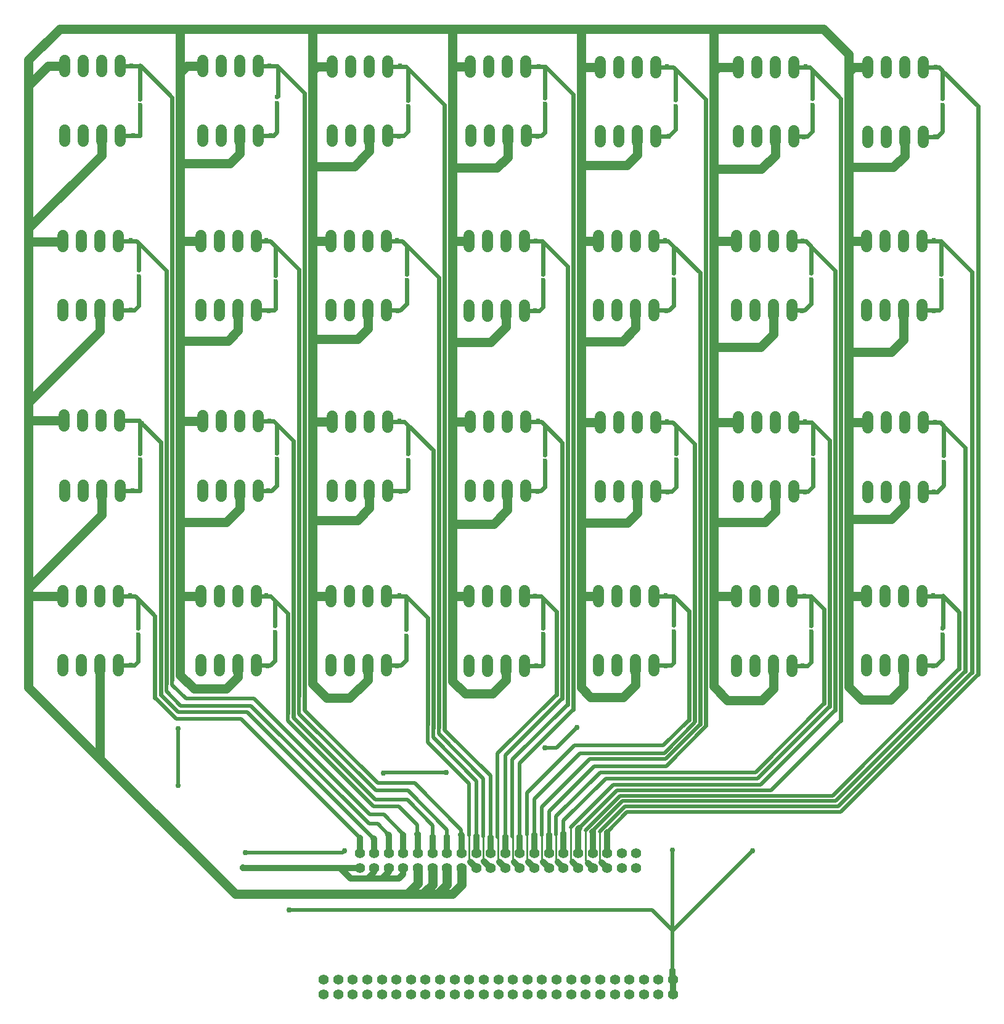
<source format=gbr>
G04 EAGLE Gerber RS-274X export*
G75*
%MOMM*%
%FSLAX34Y34*%
%LPD*%
%INBottom Copper*%
%IPPOS*%
%AMOC8*
5,1,8,0,0,1.08239X$1,22.5*%
G01*
%ADD10C,1.524000*%
%ADD11R,0.600000X0.600000*%
%ADD12C,1.408000*%
%ADD13C,0.609600*%
%ADD14C,0.508000*%
%ADD15C,0.812800*%
%ADD16C,0.756400*%
%ADD17C,1.270000*%
%ADD18C,0.254000*%


D10*
X321818Y335534D02*
X321818Y320294D01*
X296418Y320294D02*
X296418Y335534D01*
X271018Y335534D02*
X271018Y320294D01*
X245618Y320294D02*
X245618Y335534D01*
X245618Y240284D02*
X245618Y225044D01*
X271018Y225044D02*
X271018Y240284D01*
X296418Y240284D02*
X296418Y225044D01*
X321818Y225044D02*
X321818Y240284D01*
D11*
X349250Y274384D03*
X349250Y282384D03*
D10*
X511302Y320040D02*
X511302Y335280D01*
X485902Y335280D02*
X485902Y320040D01*
X460502Y320040D02*
X460502Y335280D01*
X435102Y335280D02*
X435102Y320040D01*
X435102Y240030D02*
X435102Y224790D01*
X460502Y224790D02*
X460502Y240030D01*
X485902Y240030D02*
X485902Y224790D01*
X511302Y224790D02*
X511302Y240030D01*
D11*
X537210Y277178D03*
X537210Y285178D03*
D10*
X689864Y319786D02*
X689864Y335026D01*
X664464Y335026D02*
X664464Y319786D01*
X639064Y319786D02*
X639064Y335026D01*
X613664Y335026D02*
X613664Y319786D01*
X613664Y239776D02*
X613664Y224536D01*
X639064Y224536D02*
X639064Y239776D01*
X664464Y239776D02*
X664464Y224536D01*
X689864Y224536D02*
X689864Y239776D01*
D11*
X717550Y272606D03*
X717550Y280606D03*
D10*
X879348Y319532D02*
X879348Y334772D01*
X853948Y334772D02*
X853948Y319532D01*
X828548Y319532D02*
X828548Y334772D01*
X803148Y334772D02*
X803148Y319532D01*
X803656Y239522D02*
X803656Y224282D01*
X829056Y224282D02*
X829056Y239522D01*
X854456Y239522D02*
X854456Y224282D01*
X879856Y224282D02*
X879856Y239522D01*
D11*
X905002Y275908D03*
X905002Y283908D03*
D10*
X1057656Y319024D02*
X1057656Y334264D01*
X1032256Y334264D02*
X1032256Y319024D01*
X1006856Y319024D02*
X1006856Y334264D01*
X981456Y334264D02*
X981456Y319024D01*
X981456Y239014D02*
X981456Y223774D01*
X1006856Y223774D02*
X1006856Y239014D01*
X1032256Y239014D02*
X1032256Y223774D01*
X1057656Y223774D02*
X1057656Y239014D01*
D11*
X1084580Y273114D03*
X1084580Y281114D03*
D10*
X1247140Y318770D02*
X1247140Y334010D01*
X1221740Y334010D02*
X1221740Y318770D01*
X1196340Y318770D02*
X1196340Y334010D01*
X1170940Y334010D02*
X1170940Y318770D01*
X1170940Y238760D02*
X1170940Y223520D01*
X1196340Y223520D02*
X1196340Y238760D01*
X1221740Y238760D02*
X1221740Y223520D01*
X1247140Y223520D02*
X1247140Y238760D01*
D11*
X1272794Y274892D03*
X1272794Y282892D03*
D10*
X1425448Y318262D02*
X1425448Y333502D01*
X1400048Y333502D02*
X1400048Y318262D01*
X1374648Y318262D02*
X1374648Y333502D01*
X1349248Y333502D02*
X1349248Y318262D01*
X1349248Y238252D02*
X1349248Y223012D01*
X1374648Y223012D02*
X1374648Y238252D01*
X1400048Y238252D02*
X1400048Y223012D01*
X1425448Y223012D02*
X1425448Y238252D01*
D11*
X1451864Y274638D03*
X1451864Y282638D03*
D10*
X319786Y95504D02*
X319786Y80264D01*
X294386Y80264D02*
X294386Y95504D01*
X268986Y95504D02*
X268986Y80264D01*
X243586Y80264D02*
X243586Y95504D01*
X243586Y254D02*
X243586Y-14986D01*
X268986Y-14986D02*
X268986Y254D01*
X294386Y254D02*
X294386Y-14986D01*
X319786Y-14986D02*
X319786Y254D01*
D11*
X347472Y39434D03*
X347472Y47434D03*
D10*
X509270Y80264D02*
X509270Y95504D01*
X483870Y95504D02*
X483870Y80264D01*
X458470Y80264D02*
X458470Y95504D01*
X433070Y95504D02*
X433070Y80264D01*
X433070Y254D02*
X433070Y-14986D01*
X458470Y-14986D02*
X458470Y254D01*
X483870Y254D02*
X483870Y-14986D01*
X509270Y-14986D02*
X509270Y254D01*
D11*
X535178Y32322D03*
X535178Y40322D03*
D10*
X687832Y80264D02*
X687832Y95504D01*
X662432Y95504D02*
X662432Y80264D01*
X637032Y80264D02*
X637032Y95504D01*
X611632Y95504D02*
X611632Y80264D01*
X611632Y0D02*
X611632Y-15240D01*
X637032Y-15240D02*
X637032Y0D01*
X662432Y0D02*
X662432Y-15240D01*
X687832Y-15240D02*
X687832Y0D01*
D11*
X715772Y34100D03*
X715772Y42100D03*
D10*
X877316Y79756D02*
X877316Y94996D01*
X851916Y94996D02*
X851916Y79756D01*
X826516Y79756D02*
X826516Y94996D01*
X801116Y94996D02*
X801116Y79756D01*
X801116Y-254D02*
X801116Y-15494D01*
X826516Y-15494D02*
X826516Y-254D01*
X851916Y-254D02*
X851916Y-15494D01*
X877316Y-15494D02*
X877316Y-254D01*
D11*
X902970Y33846D03*
X902970Y41846D03*
D10*
X1055624Y80010D02*
X1055624Y95250D01*
X1030224Y95250D02*
X1030224Y80010D01*
X1004824Y80010D02*
X1004824Y95250D01*
X979424Y95250D02*
X979424Y80010D01*
X979424Y0D02*
X979424Y-15240D01*
X1004824Y-15240D02*
X1004824Y0D01*
X1030224Y0D02*
X1030224Y-15240D01*
X1055624Y-15240D02*
X1055624Y0D01*
D11*
X1082294Y35116D03*
X1082294Y43116D03*
D10*
X1245108Y79756D02*
X1245108Y94996D01*
X1219708Y94996D02*
X1219708Y79756D01*
X1194308Y79756D02*
X1194308Y94996D01*
X1168908Y94996D02*
X1168908Y79756D01*
X1168908Y0D02*
X1168908Y-15240D01*
X1194308Y-15240D02*
X1194308Y0D01*
X1219708Y0D02*
X1219708Y-15240D01*
X1245108Y-15240D02*
X1245108Y0D01*
D11*
X1271270Y35370D03*
X1271270Y43370D03*
D10*
X1423416Y80010D02*
X1423416Y95250D01*
X1398016Y95250D02*
X1398016Y80010D01*
X1372616Y80010D02*
X1372616Y95250D01*
X1347216Y95250D02*
X1347216Y80010D01*
X1347216Y0D02*
X1347216Y-15240D01*
X1372616Y-15240D02*
X1372616Y0D01*
X1398016Y0D02*
X1398016Y-15240D01*
X1423416Y-15240D02*
X1423416Y0D01*
D11*
X1449832Y34100D03*
X1449832Y42100D03*
D10*
X321564Y-151638D02*
X321564Y-166878D01*
X296164Y-166878D02*
X296164Y-151638D01*
X270764Y-151638D02*
X270764Y-166878D01*
X245364Y-166878D02*
X245364Y-151638D01*
X245618Y-247396D02*
X245618Y-262636D01*
X271018Y-262636D02*
X271018Y-247396D01*
X296418Y-247396D02*
X296418Y-262636D01*
X321818Y-262636D02*
X321818Y-247396D01*
D11*
X349250Y-212280D03*
X349250Y-204280D03*
D10*
X511302Y-167640D02*
X511302Y-152400D01*
X485902Y-152400D02*
X485902Y-167640D01*
X460502Y-167640D02*
X460502Y-152400D01*
X435102Y-152400D02*
X435102Y-167640D01*
X435102Y-247650D02*
X435102Y-262890D01*
X460502Y-262890D02*
X460502Y-247650D01*
X485902Y-247650D02*
X485902Y-262890D01*
X511302Y-262890D02*
X511302Y-247650D01*
D11*
X536702Y-211772D03*
X536702Y-203772D03*
D10*
X689864Y-167894D02*
X689864Y-152654D01*
X664464Y-152654D02*
X664464Y-167894D01*
X639064Y-167894D02*
X639064Y-152654D01*
X613664Y-152654D02*
X613664Y-167894D01*
X613664Y-247904D02*
X613664Y-263144D01*
X639064Y-263144D02*
X639064Y-247904D01*
X664464Y-247904D02*
X664464Y-263144D01*
X689864Y-263144D02*
X689864Y-247904D01*
D11*
X717804Y-213042D03*
X717804Y-205042D03*
D10*
X879348Y-168148D02*
X879348Y-152908D01*
X853948Y-152908D02*
X853948Y-168148D01*
X828548Y-168148D02*
X828548Y-152908D01*
X803148Y-152908D02*
X803148Y-168148D01*
X803148Y-248158D02*
X803148Y-263398D01*
X828548Y-263398D02*
X828548Y-248158D01*
X853948Y-248158D02*
X853948Y-263398D01*
X879348Y-263398D02*
X879348Y-248158D01*
D11*
X905002Y-214312D03*
X905002Y-206312D03*
D10*
X1057656Y-168656D02*
X1057656Y-153416D01*
X1032256Y-153416D02*
X1032256Y-168656D01*
X1006856Y-168656D02*
X1006856Y-153416D01*
X981456Y-153416D02*
X981456Y-168656D01*
X981456Y-248666D02*
X981456Y-263906D01*
X1006856Y-263906D02*
X1006856Y-248666D01*
X1032256Y-248666D02*
X1032256Y-263906D01*
X1057656Y-263906D02*
X1057656Y-248666D01*
D11*
X1085342Y-212280D03*
X1085342Y-204280D03*
D10*
X1247140Y-168910D02*
X1247140Y-153670D01*
X1221740Y-153670D02*
X1221740Y-168910D01*
X1196340Y-168910D02*
X1196340Y-153670D01*
X1170940Y-153670D02*
X1170940Y-168910D01*
X1170940Y-248920D02*
X1170940Y-264160D01*
X1196340Y-264160D02*
X1196340Y-248920D01*
X1221740Y-248920D02*
X1221740Y-264160D01*
X1247140Y-264160D02*
X1247140Y-248920D01*
D11*
X1273810Y-212534D03*
X1273810Y-204534D03*
D10*
X1425448Y-169418D02*
X1425448Y-154178D01*
X1400048Y-154178D02*
X1400048Y-169418D01*
X1374648Y-169418D02*
X1374648Y-154178D01*
X1349248Y-154178D02*
X1349248Y-169418D01*
X1349248Y-249428D02*
X1349248Y-264668D01*
X1374648Y-264668D02*
X1374648Y-249428D01*
X1400048Y-249428D02*
X1400048Y-264668D01*
X1425448Y-264668D02*
X1425448Y-249428D01*
D11*
X1453388Y-215582D03*
X1453388Y-207582D03*
D10*
X319786Y-392176D02*
X319786Y-407416D01*
X294386Y-407416D02*
X294386Y-392176D01*
X268986Y-392176D02*
X268986Y-407416D01*
X243586Y-407416D02*
X243586Y-392176D01*
X243586Y-487426D02*
X243586Y-502666D01*
X268986Y-502666D02*
X268986Y-487426D01*
X294386Y-487426D02*
X294386Y-502666D01*
X319786Y-502666D02*
X319786Y-487426D01*
D11*
X346710Y-452564D03*
X346710Y-444564D03*
D10*
X509270Y-407670D02*
X509270Y-392430D01*
X483870Y-392430D02*
X483870Y-407670D01*
X458470Y-407670D02*
X458470Y-392430D01*
X433070Y-392430D02*
X433070Y-407670D01*
X433070Y-487680D02*
X433070Y-502920D01*
X458470Y-502920D02*
X458470Y-487680D01*
X483870Y-487680D02*
X483870Y-502920D01*
X509270Y-502920D02*
X509270Y-487680D01*
D11*
X534416Y-449262D03*
X534416Y-441262D03*
D10*
X687832Y-407670D02*
X687832Y-392430D01*
X662432Y-392430D02*
X662432Y-407670D01*
X637032Y-407670D02*
X637032Y-392430D01*
X611632Y-392430D02*
X611632Y-407670D01*
X611632Y-487680D02*
X611632Y-502920D01*
X637032Y-502920D02*
X637032Y-487680D01*
X662432Y-487680D02*
X662432Y-502920D01*
X687832Y-502920D02*
X687832Y-487680D01*
D11*
X714756Y-454342D03*
X714756Y-446342D03*
D10*
X877316Y-407924D02*
X877316Y-392684D01*
X851916Y-392684D02*
X851916Y-407924D01*
X826516Y-407924D02*
X826516Y-392684D01*
X801116Y-392684D02*
X801116Y-407924D01*
X801116Y-487934D02*
X801116Y-503174D01*
X826516Y-503174D02*
X826516Y-487934D01*
X851916Y-487934D02*
X851916Y-503174D01*
X877316Y-503174D02*
X877316Y-487934D01*
D11*
X902462Y-452056D03*
X902462Y-444056D03*
D10*
X1055624Y-407670D02*
X1055624Y-392430D01*
X1030224Y-392430D02*
X1030224Y-407670D01*
X1004824Y-407670D02*
X1004824Y-392430D01*
X979424Y-392430D02*
X979424Y-407670D01*
X979424Y-487680D02*
X979424Y-502920D01*
X1004824Y-502920D02*
X1004824Y-487680D01*
X1030224Y-487680D02*
X1030224Y-502920D01*
X1055624Y-502920D02*
X1055624Y-487680D01*
D11*
X1082294Y-448246D03*
X1082294Y-440246D03*
D10*
X1245108Y-407924D02*
X1245108Y-392684D01*
X1219708Y-392684D02*
X1219708Y-407924D01*
X1194308Y-407924D02*
X1194308Y-392684D01*
X1168908Y-392684D02*
X1168908Y-407924D01*
X1168908Y-487934D02*
X1168908Y-503174D01*
X1194308Y-503174D02*
X1194308Y-487934D01*
X1219708Y-487934D02*
X1219708Y-503174D01*
X1245108Y-503174D02*
X1245108Y-487934D01*
D11*
X1271270Y-448500D03*
X1271270Y-440500D03*
D10*
X1423416Y-407670D02*
X1423416Y-392430D01*
X1398016Y-392430D02*
X1398016Y-407670D01*
X1372616Y-407670D02*
X1372616Y-392430D01*
X1347216Y-392430D02*
X1347216Y-407670D01*
X1347216Y-487680D02*
X1347216Y-502920D01*
X1372616Y-502920D02*
X1372616Y-487680D01*
X1398016Y-487680D02*
X1398016Y-502920D01*
X1423416Y-502920D02*
X1423416Y-487680D01*
D11*
X1451102Y-452564D03*
X1451102Y-444564D03*
D12*
X601502Y-947260D03*
X601502Y-927260D03*
X621502Y-947260D03*
X621502Y-927260D03*
X641502Y-947260D03*
X641502Y-927260D03*
X661502Y-947260D03*
X661502Y-927260D03*
X681502Y-947260D03*
X681502Y-927260D03*
X701502Y-947260D03*
X701502Y-927260D03*
X721502Y-947260D03*
X721502Y-927260D03*
X741502Y-947260D03*
X741502Y-927260D03*
X761502Y-947260D03*
X761502Y-927260D03*
X781502Y-947260D03*
X781502Y-927260D03*
X801502Y-947260D03*
X801502Y-927260D03*
X821502Y-947260D03*
X821502Y-927260D03*
X841502Y-947260D03*
X841502Y-927260D03*
X861502Y-947260D03*
X861502Y-927260D03*
X881502Y-947260D03*
X881502Y-927260D03*
X901502Y-947260D03*
X901502Y-927260D03*
X921502Y-947260D03*
X921502Y-927260D03*
X941502Y-947260D03*
X941502Y-927260D03*
X961502Y-947260D03*
X961502Y-927260D03*
X981502Y-947260D03*
X981502Y-927260D03*
X1001502Y-947260D03*
X1001502Y-927260D03*
X1021502Y-947260D03*
X1021502Y-927260D03*
X1041502Y-947260D03*
X1041502Y-927260D03*
X1061502Y-947260D03*
X1061502Y-927260D03*
X1081502Y-947260D03*
X1081502Y-927260D03*
X650994Y-773270D03*
X650994Y-753270D03*
X670994Y-773270D03*
X670994Y-753270D03*
X690994Y-773270D03*
X690994Y-753270D03*
X710994Y-773270D03*
X710994Y-753270D03*
X730994Y-773270D03*
X730994Y-753270D03*
X750994Y-773270D03*
X750994Y-753270D03*
X770994Y-773270D03*
X770994Y-753270D03*
X790994Y-773270D03*
X790994Y-753270D03*
X810994Y-773270D03*
X810994Y-753270D03*
X830994Y-773270D03*
X830994Y-753270D03*
X850994Y-773270D03*
X850994Y-753270D03*
X870994Y-773270D03*
X870994Y-753270D03*
X890994Y-773270D03*
X890994Y-753270D03*
X910994Y-773270D03*
X910994Y-753270D03*
X930994Y-773270D03*
X930994Y-753270D03*
X950994Y-773270D03*
X950994Y-753270D03*
X970994Y-773270D03*
X970994Y-753270D03*
X990994Y-773270D03*
X990994Y-753270D03*
X1010994Y-773270D03*
X1010994Y-753270D03*
X1030994Y-773270D03*
X1030994Y-753270D03*
D13*
X349250Y282384D02*
X349250Y329184D01*
X350520Y327914D02*
X321818Y327914D01*
X349250Y329184D02*
X350520Y327914D01*
X393446Y284988D01*
X393446Y-515620D01*
D14*
X393446Y-522224D01*
X412242Y-541020D02*
X505714Y-541020D01*
X664972Y-700278D02*
X684276Y-700278D01*
X710692Y-726694D01*
X710692Y-727710D01*
X412242Y-541020D02*
X393446Y-522224D01*
X505714Y-541020D02*
X664972Y-700278D01*
D15*
X710994Y-728012D02*
X710994Y-753270D01*
X710994Y-728012D02*
X710692Y-727710D01*
D16*
X337566Y328267D03*
D17*
X243586Y-399796D02*
X196088Y-399796D01*
X196088Y-389128D02*
X196088Y-159258D01*
X196088Y-389128D02*
X196088Y-399796D01*
X196088Y-159258D02*
X196088Y-134366D01*
X196088Y86614D02*
X196088Y105156D01*
X196088Y301244D02*
X222758Y327914D01*
X245618Y327914D01*
X243586Y87884D02*
X242316Y86614D01*
X196088Y86614D01*
X196088Y-159258D02*
X245364Y-159258D01*
X407924Y-400050D02*
X433070Y-400050D01*
X407924Y-400050D02*
X404368Y-396494D01*
X404368Y318262D02*
X404368Y377952D01*
X404368Y318262D02*
X404368Y194564D01*
X404368Y87884D01*
X404368Y-48260D01*
X404368Y-159766D01*
X404368Y-298196D01*
X404368Y-396494D01*
X413766Y327660D02*
X435102Y327660D01*
X413766Y327660D02*
X404368Y318262D01*
X404368Y87884D02*
X433070Y87884D01*
X435102Y-160020D02*
X404622Y-160020D01*
X404368Y-159766D01*
X586232Y-400050D02*
X611632Y-400050D01*
X586232Y-47498D02*
X586232Y87884D01*
X586232Y-47498D02*
X586232Y-159766D01*
X586232Y-160274D02*
X586232Y-296164D01*
X586232Y-400050D01*
X592074Y327406D02*
X613664Y327406D01*
X592074Y327406D02*
X586232Y321564D01*
X586232Y87884D02*
X611632Y87884D01*
X613664Y-160274D02*
X586232Y-160274D01*
X778764Y-400304D02*
X801116Y-400304D01*
X778510Y188214D02*
X778510Y326644D01*
X778510Y188214D02*
X778510Y87376D01*
X778764Y-160528D02*
X778764Y-300736D01*
X778764Y-400304D01*
X779018Y327152D02*
X803148Y327152D01*
X779018Y327152D02*
X778510Y326644D01*
X778510Y87376D02*
X801116Y87376D01*
X803148Y-160528D02*
X778764Y-160528D01*
X955040Y-400050D02*
X979424Y-400050D01*
X955040Y87630D02*
X955040Y191770D01*
X955040Y326644D01*
X955040Y-161036D02*
X955040Y-299466D01*
X955040Y-400050D01*
X955040Y326644D02*
X981456Y326644D01*
X979424Y87630D02*
X955040Y87630D01*
X955040Y-161036D02*
X981456Y-161036D01*
X1137158Y87376D02*
X1137158Y186182D01*
X1137158Y320040D01*
X1137158Y87376D02*
X1137158Y-58166D01*
X1137158Y-161290D01*
X1137158Y-298450D01*
X1137158Y-400304D01*
X1168908Y-400304D01*
X1170940Y326390D02*
X1143508Y326390D01*
X1137158Y320040D01*
X1137158Y87376D02*
X1168908Y87376D01*
X1170940Y-161290D02*
X1137158Y-161290D01*
X1323086Y-400050D02*
X1347216Y-400050D01*
X1323086Y188722D02*
X1323086Y319532D01*
X1323086Y188722D02*
X1323086Y87630D01*
X1329436Y325882D02*
X1349248Y325882D01*
X1329436Y325882D02*
X1323086Y319532D01*
X1323086Y87630D02*
X1347216Y87630D01*
X1349248Y-161798D02*
X1323086Y-161798D01*
X196088Y-399796D02*
X196088Y-525272D01*
X480060Y-809244D02*
X716788Y-809244D01*
X730994Y-795038D01*
X730994Y-773270D01*
X294386Y-623570D02*
X196088Y-525272D01*
X294386Y-623570D02*
X480060Y-809244D01*
X404368Y377952D02*
X403352Y378968D01*
X239014Y378968D01*
X196088Y336042D01*
X196088Y301244D01*
X403352Y378968D02*
X586232Y378968D01*
X778764Y378968D01*
X955040Y378968D01*
X1137158Y378968D01*
X1288288Y378968D01*
X1323086Y344170D02*
X1323086Y319532D01*
X1323086Y344170D02*
X1288288Y378968D01*
X1137158Y378968D02*
X1137158Y320040D01*
X586232Y321564D02*
X586232Y189738D01*
X586232Y87884D01*
X586232Y321564D02*
X586232Y378968D01*
X778510Y-160274D02*
X778764Y-160528D01*
X778510Y-160274D02*
X778510Y-51308D01*
X778510Y87376D01*
X779018Y327152D02*
X778764Y327406D01*
X778764Y378968D01*
X955040Y378968D02*
X955040Y326644D01*
X955040Y-50292D02*
X955040Y-161036D01*
X955040Y-50292D02*
X955040Y87630D01*
X1323086Y87630D02*
X1323086Y-65024D01*
X1323086Y-161798D01*
X1323086Y-294386D01*
X1323086Y-400050D01*
X296418Y205486D02*
X296418Y232664D01*
X296418Y205486D02*
X196088Y105156D01*
X294386Y-7366D02*
X294386Y-36068D01*
X196088Y-134366D01*
X196088Y105156D02*
X196088Y301244D01*
X296418Y-255016D02*
X296418Y-288798D01*
X196088Y-389128D01*
X294386Y-495046D02*
X294386Y-623570D01*
X404368Y-508508D02*
X404368Y-396494D01*
X404368Y-508508D02*
X423418Y-527558D01*
X467614Y-527558D01*
X483870Y-511302D02*
X483870Y-495300D01*
X483870Y-511302D02*
X467614Y-527558D01*
X662432Y-515112D02*
X662432Y-495300D01*
X662432Y-515112D02*
X637286Y-540258D01*
X606044Y-540258D01*
X586232Y-520446D02*
X586232Y-400050D01*
X586232Y-520446D02*
X606044Y-540258D01*
X778764Y-516636D02*
X778764Y-400304D01*
X778764Y-516636D02*
X796036Y-533908D01*
X833628Y-533908D01*
X851916Y-515620D01*
X851916Y-495554D01*
X955040Y-525526D02*
X955040Y-400050D01*
X968248Y-538734D02*
X1013206Y-538734D01*
X1030224Y-521716D01*
X1030224Y-495300D01*
X968248Y-538734D02*
X955040Y-525526D01*
X1137158Y-524002D02*
X1137158Y-400304D01*
X1137158Y-524002D02*
X1156208Y-543052D01*
X1203452Y-543052D01*
X1219708Y-526796D02*
X1219708Y-495554D01*
X1219708Y-526796D02*
X1203452Y-543052D01*
X1323086Y-524510D02*
X1323086Y-400050D01*
X1340866Y-542290D02*
X1379982Y-542290D01*
X1398016Y-524256D01*
X1398016Y-495300D01*
X1340866Y-542290D02*
X1323086Y-524510D01*
X1400048Y-275590D02*
X1400048Y-257048D01*
X1381252Y-294386D02*
X1323086Y-294386D01*
X1381252Y-294386D02*
X1400048Y-275590D01*
X1398016Y-48260D02*
X1398016Y-7620D01*
X1381252Y-65024D02*
X1323086Y-65024D01*
X1381252Y-65024D02*
X1398016Y-48260D01*
X1400048Y204724D02*
X1400048Y230632D01*
X1384046Y188722D02*
X1323086Y188722D01*
X1384046Y188722D02*
X1400048Y204724D01*
X1221740Y205232D02*
X1221740Y231140D01*
X1221740Y205232D02*
X1202690Y186182D01*
X1137158Y186182D01*
X1219708Y-7620D02*
X1219708Y-40132D01*
X1201674Y-58166D01*
X1137158Y-58166D01*
X1221740Y-256540D02*
X1221740Y-284480D01*
X1207770Y-298450D02*
X1137158Y-298450D01*
X1207770Y-298450D02*
X1221740Y-284480D01*
X1032256Y206248D02*
X1032256Y231394D01*
X1017778Y191770D02*
X955040Y191770D01*
X1017778Y191770D02*
X1032256Y206248D01*
X854456Y202946D02*
X854456Y231902D01*
X854456Y202946D02*
X839724Y188214D01*
X778510Y188214D01*
X851916Y-7874D02*
X851916Y-29972D01*
X830580Y-51308D02*
X778510Y-51308D01*
X830580Y-51308D02*
X851916Y-29972D01*
X853948Y-255778D02*
X853948Y-281686D01*
X834898Y-300736D02*
X778764Y-300736D01*
X834898Y-300736D02*
X853948Y-281686D01*
X1032256Y-285750D02*
X1032256Y-256286D01*
X1018540Y-299466D02*
X955040Y-299466D01*
X1018540Y-299466D02*
X1032256Y-285750D01*
X1030224Y-32004D02*
X1030224Y-7620D01*
X1011936Y-50292D02*
X955040Y-50292D01*
X1011936Y-50292D02*
X1030224Y-32004D01*
X664464Y210820D02*
X664464Y232156D01*
X643382Y189738D02*
X586232Y189738D01*
X643382Y189738D02*
X664464Y210820D01*
X485902Y207772D02*
X485902Y232410D01*
X472694Y194564D02*
X404368Y194564D01*
X472694Y194564D02*
X485902Y207772D01*
X483870Y-7366D02*
X483870Y-35560D01*
X470154Y-49276D01*
X405384Y-49276D01*
X404368Y-48260D01*
X485902Y-255270D02*
X485902Y-279654D01*
X467360Y-298196D01*
X404368Y-298196D01*
X664464Y-279400D02*
X664464Y-255524D01*
X647700Y-296164D02*
X586232Y-296164D01*
X647700Y-296164D02*
X664464Y-279400D01*
X662432Y-32766D02*
X662432Y-7620D01*
X647700Y-47498D02*
X586232Y-47498D01*
X647700Y-47498D02*
X662432Y-32766D01*
X716788Y-809244D02*
X737870Y-809244D01*
X750994Y-796120D02*
X750994Y-773270D01*
X750994Y-796120D02*
X737870Y-809244D01*
X757936Y-809244D01*
X770994Y-796186D02*
X770994Y-773270D01*
X770994Y-796186D02*
X757936Y-809244D01*
X778510Y-809244D01*
X790994Y-796760D02*
X790994Y-773270D01*
X790994Y-796760D02*
X778510Y-809244D01*
X196088Y-134366D02*
X196088Y86614D01*
D16*
X490220Y-772922D03*
D15*
X624078Y-773176D02*
X650900Y-773176D01*
X624078Y-773176D02*
X490474Y-773176D01*
X490220Y-772922D01*
X650900Y-773176D02*
X650994Y-773270D01*
X638810Y-787908D02*
X624078Y-773176D01*
X638810Y-787908D02*
X661944Y-787908D01*
X681690Y-787908D01*
X680674Y-787908D02*
X705104Y-787908D01*
X710994Y-782018D01*
X710994Y-773270D01*
X690994Y-773270D02*
X690994Y-778604D01*
X681690Y-787908D01*
X670994Y-778858D02*
X661944Y-787908D01*
X670994Y-778858D02*
X670994Y-773270D01*
D13*
X1423416Y-495300D02*
X1442720Y-495300D01*
X1451102Y-486918D02*
X1451102Y-452564D01*
X1451102Y-486918D02*
X1442720Y-495300D01*
D16*
X1438402Y-495653D03*
X401320Y-581914D03*
D14*
X401320Y-659892D01*
D16*
X401320Y-659892D03*
X629920Y-750062D03*
D14*
X627380Y-752602D01*
X494030Y-752602D01*
D16*
X494030Y-752602D03*
X769874Y-642112D03*
D14*
X684530Y-642112D01*
X683260Y-643382D01*
D16*
X683260Y-643382D03*
X949678Y-580644D03*
D14*
X921738Y-608584D01*
X905256Y-608584D01*
D16*
X905256Y-608584D03*
X1080770Y-749046D03*
X1191006Y-750062D03*
D14*
X1081024Y-749300D02*
X1080770Y-749046D01*
X1081024Y-749300D02*
X1081024Y-858774D01*
X1081024Y-860044D02*
X1081024Y-914146D01*
X1081024Y-860044D02*
X1081024Y-858774D01*
X1081024Y-860044D02*
X1191006Y-750062D01*
D16*
X553974Y-830834D03*
D14*
X1053084Y-830834D01*
X1081024Y-858774D01*
D15*
X1081502Y-927260D02*
X1081502Y-947260D01*
X1081502Y-927260D02*
X1081024Y-926782D01*
X1081024Y-914146D01*
D13*
X538480Y286448D02*
X538480Y327406D01*
X538480Y286448D02*
X537210Y285178D01*
X538480Y327406D02*
X538226Y327660D01*
X511302Y327660D01*
X538480Y327406D02*
X575310Y290576D01*
X575310Y-554482D01*
D14*
X575310Y-556768D01*
X675640Y-657098D02*
X726440Y-657098D01*
X790194Y-720852D01*
X790194Y-727964D01*
X675640Y-657098D02*
X575310Y-556768D01*
D15*
X790994Y-728764D02*
X790994Y-753270D01*
X790994Y-728764D02*
X790194Y-727964D01*
D16*
X527304Y328013D03*
D13*
X717550Y324358D02*
X717550Y280606D01*
X714502Y327406D02*
X689864Y327406D01*
X714502Y327406D02*
X717550Y324358D01*
X767588Y274320D01*
X767588Y-583438D01*
D14*
X767588Y-583692D01*
X830834Y-646938D02*
X830834Y-731266D01*
X830834Y-646938D02*
X767588Y-583692D01*
D15*
X830994Y-731426D02*
X830994Y-753270D01*
X830994Y-731426D02*
X830834Y-731266D01*
D16*
X706120Y327759D03*
D13*
X905510Y327406D02*
X905510Y284416D01*
X905002Y283908D01*
X905764Y327152D02*
X906018Y327152D01*
X905764Y327152D02*
X879348Y327152D01*
X916178Y316992D02*
X916178Y316738D01*
X916178Y316992D02*
X906018Y327152D01*
X905764Y327152D02*
X905510Y327406D01*
X916178Y316738D02*
X944118Y288798D01*
X944118Y-555752D01*
D14*
X870458Y-629412D02*
X870458Y-730250D01*
X870458Y-629412D02*
X944118Y-555752D01*
D15*
X870994Y-730786D02*
X870994Y-753270D01*
X870994Y-730786D02*
X870458Y-730250D01*
D16*
X896762Y327294D03*
D13*
X1084580Y323850D02*
X1084580Y281114D01*
X1081786Y326644D02*
X1057656Y326644D01*
X1081786Y326644D02*
X1084580Y323850D01*
X1126236Y282194D01*
X1126236Y-577596D01*
D14*
X1126236Y-579018D01*
X1071778Y-633476D01*
X911098Y-695706D02*
X911098Y-728218D01*
X973328Y-633476D02*
X1071778Y-633476D01*
X973328Y-633476D02*
X911098Y-695706D01*
D15*
X910994Y-728322D02*
X910994Y-753270D01*
X910994Y-728322D02*
X911098Y-728218D01*
D16*
X1073150Y326997D03*
D13*
X1272794Y322834D02*
X1272794Y282892D01*
X1269238Y326390D02*
X1247140Y326390D01*
X1269238Y326390D02*
X1272794Y322834D01*
X1312164Y283464D01*
X1312164Y-571246D01*
D14*
X1216406Y-667004D01*
X1004062Y-667004D02*
X952500Y-718566D01*
X1004062Y-667004D02*
X1216406Y-667004D01*
D15*
X950994Y-720072D02*
X950994Y-753270D01*
X950994Y-720072D02*
X952500Y-718566D01*
D16*
X1263142Y326743D03*
D13*
X1451864Y321056D02*
X1451864Y282638D01*
X1451864Y321056D02*
X1447038Y325882D01*
X1425448Y325882D01*
X1451864Y321056D02*
X1500378Y272542D01*
X1500378Y-507746D01*
D14*
X1311402Y-696722D01*
X1018286Y-696722D02*
X990600Y-724408D01*
X1018286Y-696722D02*
X1311402Y-696722D01*
D15*
X990994Y-724802D02*
X990994Y-753270D01*
X990994Y-724802D02*
X990886Y-724694D01*
D16*
X1442212Y326235D03*
D13*
X347472Y84582D02*
X347472Y47434D01*
X344170Y87884D02*
X319786Y87884D01*
X344170Y87884D02*
X347472Y84582D01*
X385318Y46736D01*
X385318Y-520192D01*
D14*
X385318Y-530860D01*
X675640Y-712978D02*
X690626Y-727964D01*
X405130Y-550672D02*
X385318Y-530860D01*
X405130Y-550672D02*
X501650Y-550672D01*
X663956Y-712978D01*
X675640Y-712978D01*
D15*
X690994Y-728332D02*
X690994Y-753270D01*
X690994Y-728332D02*
X690626Y-727964D01*
D16*
X336042Y88364D03*
D13*
X535178Y80772D02*
X535178Y40322D01*
X535178Y80772D02*
X528066Y87884D01*
X509270Y87884D01*
X535178Y80772D02*
X567690Y48260D01*
X567690Y-537718D01*
D14*
X567690Y-561594D01*
X717042Y-667004D02*
X771144Y-721106D01*
X771144Y-729996D01*
X673100Y-667004D02*
X567690Y-561594D01*
X673100Y-667004D02*
X717042Y-667004D01*
D15*
X770994Y-730146D02*
X770994Y-753270D01*
X770994Y-730146D02*
X771144Y-729996D01*
D16*
X522732Y88110D03*
D13*
X715772Y81280D02*
X715772Y42100D01*
X715772Y81280D02*
X709168Y87884D01*
X687832Y87884D01*
X715772Y81280D02*
X759460Y37592D01*
X759460Y-577596D01*
X759460Y-580898D01*
D14*
X759460Y-577596D02*
X759460Y-589026D01*
X820928Y-650494D02*
X820928Y-730758D01*
X820928Y-650494D02*
X759460Y-589026D01*
D18*
X820928Y-763204D02*
X821850Y-764126D01*
X820928Y-763204D02*
X820928Y-730758D01*
D15*
X821850Y-764126D02*
X830994Y-773270D01*
D16*
X701802Y88110D03*
D13*
X902970Y86360D02*
X902970Y41846D01*
X901954Y87376D02*
X877316Y87376D01*
X901954Y87376D02*
X902970Y86360D01*
X936498Y52832D01*
X936498Y-548894D01*
D14*
X860552Y-624840D02*
X860552Y-729996D01*
X860552Y-624840D02*
X936498Y-548894D01*
D18*
X861060Y-763336D02*
X863186Y-765462D01*
X861060Y-730504D02*
X860552Y-729996D01*
X861060Y-730504D02*
X861060Y-763336D01*
D15*
X863186Y-765462D02*
X870994Y-773270D01*
D16*
X892810Y87856D03*
D13*
X1082294Y80264D02*
X1082294Y43116D01*
X1082294Y80264D02*
X1074928Y87630D01*
X1055624Y87630D01*
X1082294Y80264D02*
X1118616Y43942D01*
X1118616Y-576580D01*
D14*
X1071372Y-623824D01*
X901446Y-689864D02*
X901446Y-728726D01*
X967486Y-623824D02*
X1071372Y-623824D01*
X967486Y-623824D02*
X901446Y-689864D01*
D18*
X900938Y-763214D02*
X902998Y-765274D01*
X900938Y-729234D02*
X901446Y-728726D01*
X900938Y-729234D02*
X900938Y-763214D01*
D15*
X902998Y-765274D02*
X910994Y-773270D01*
D16*
X1070864Y88110D03*
D13*
X1271270Y80264D02*
X1271270Y43370D01*
X1271270Y80264D02*
X1264158Y87376D01*
X1245108Y87376D01*
X1271270Y80264D02*
X1304544Y46990D01*
X1304544Y-556768D01*
D14*
X1201928Y-659384D01*
X999236Y-659384D02*
X940562Y-718058D01*
X999236Y-659384D02*
X1201928Y-659384D01*
D18*
X943064Y-765340D02*
X941070Y-763346D01*
X941070Y-718566D02*
X940562Y-718058D01*
X941070Y-718566D02*
X941070Y-763346D01*
D15*
X943064Y-765340D02*
X950994Y-773270D01*
D16*
X1259586Y87856D03*
D13*
X1449832Y87122D02*
X1449832Y42100D01*
X1449324Y87630D02*
X1423416Y87630D01*
X1449324Y87630D02*
X1449832Y87122D01*
X1491996Y44958D01*
X1491996Y-505460D01*
D14*
X1308608Y-688848D01*
X1015238Y-688848D02*
X980694Y-723392D01*
X1015238Y-688848D02*
X1308608Y-688848D01*
D18*
X983511Y-765787D02*
X980948Y-763224D01*
X980948Y-723646D02*
X980694Y-723392D01*
X980948Y-723646D02*
X980948Y-763224D01*
D15*
X983511Y-765787D02*
X990994Y-773270D01*
D16*
X1439418Y88110D03*
D13*
X349250Y-160274D02*
X349250Y-204280D01*
X349250Y-160274D02*
X348234Y-159258D01*
X321564Y-159258D01*
X349250Y-160274D02*
X351790Y-162814D01*
X377698Y-188722D01*
X377698Y-535432D01*
D14*
X401574Y-559308D01*
X496570Y-559308D01*
X670306Y-733044D01*
D15*
X670994Y-733732D02*
X670994Y-753270D01*
X670994Y-733732D02*
X670306Y-733044D01*
D16*
X351790Y-162814D03*
D13*
X533146Y-160020D02*
X536702Y-163576D01*
X533146Y-160020D02*
X511302Y-160020D01*
X536702Y-163576D02*
X536702Y-203772D01*
X560070Y-186944D02*
X536702Y-163576D01*
X560070Y-186944D02*
X560070Y-565658D01*
D14*
X560070Y-566928D01*
X672846Y-679704D02*
X716280Y-679704D01*
X751332Y-714756D01*
X751332Y-729996D01*
X672846Y-679704D02*
X560070Y-566928D01*
D15*
X750994Y-730334D02*
X750994Y-753270D01*
X750994Y-730334D02*
X751332Y-729996D01*
D16*
X526796Y-159667D03*
D13*
X717804Y-165354D02*
X717804Y-205042D01*
X712724Y-160274D02*
X689864Y-160274D01*
X712724Y-160274D02*
X717804Y-165354D01*
X751840Y-199390D01*
X751840Y-581660D01*
D14*
X751840Y-594360D01*
X811276Y-653796D02*
X811276Y-729742D01*
X811276Y-653796D02*
X751840Y-594360D01*
D15*
X810994Y-730024D02*
X810994Y-753270D01*
X810994Y-730024D02*
X811276Y-729742D01*
D16*
X705866Y-159921D03*
D13*
X905002Y-165100D02*
X905002Y-206312D01*
X900430Y-160528D02*
X879348Y-160528D01*
X900430Y-160528D02*
X905002Y-165100D01*
X928878Y-188976D01*
X928878Y-541020D01*
D14*
X851154Y-618744D02*
X851154Y-730250D01*
X851154Y-618744D02*
X928878Y-541020D01*
D15*
X850994Y-730410D02*
X850994Y-753270D01*
X850994Y-730410D02*
X851154Y-730250D01*
D16*
X895858Y-160175D03*
D13*
X1085342Y-165354D02*
X1085342Y-204280D01*
X1085342Y-165354D02*
X1081024Y-161036D01*
X1057656Y-161036D01*
X1085342Y-165354D02*
X1110996Y-191008D01*
X1110996Y-572262D01*
D14*
X1110996Y-574040D01*
X1069340Y-615696D02*
X953770Y-615696D01*
X891032Y-678434D01*
X891032Y-727456D01*
X1069340Y-615696D02*
X1110996Y-574040D01*
D15*
X890994Y-727494D02*
X890994Y-753270D01*
X890994Y-727494D02*
X891032Y-727456D01*
D16*
X1072896Y-160683D03*
D13*
X1273810Y-163068D02*
X1273810Y-204534D01*
X1273810Y-163068D02*
X1272032Y-161290D01*
X1247140Y-161290D01*
X1273810Y-163068D02*
X1296924Y-186182D01*
X1296924Y-551434D01*
D14*
X1197864Y-650494D01*
X930910Y-708660D02*
X930910Y-726440D01*
X989076Y-650494D02*
X1197864Y-650494D01*
X989076Y-650494D02*
X930910Y-708660D01*
D15*
X930994Y-726524D02*
X930994Y-753270D01*
X930994Y-726524D02*
X930910Y-726440D01*
D16*
X1262634Y-160937D03*
D13*
X1453388Y-166116D02*
X1453388Y-207582D01*
X1449070Y-161798D02*
X1425448Y-161798D01*
X1449070Y-161798D02*
X1453388Y-166116D01*
X1483106Y-195834D01*
X1483106Y-503174D01*
D14*
X1305052Y-681228D01*
X1011878Y-681228D02*
X970222Y-722884D01*
X1011878Y-681228D02*
X1305052Y-681228D01*
D15*
X970994Y-723657D02*
X970994Y-753270D01*
X970994Y-723657D02*
X970918Y-723581D01*
D16*
X1440942Y-161445D03*
D13*
X346710Y-403860D02*
X346710Y-444564D01*
X346710Y-403860D02*
X342646Y-399796D01*
X319786Y-399796D01*
X346710Y-403860D02*
X369824Y-426974D01*
X369824Y-539604D01*
X370786Y-540566D01*
D14*
X369932Y-539604D02*
X369824Y-539604D01*
X369932Y-539604D02*
X399034Y-568706D01*
X487680Y-568706D01*
X651002Y-732028D01*
D15*
X650994Y-732036D02*
X650994Y-753270D01*
X650994Y-732036D02*
X651002Y-732028D01*
D16*
X335788Y-399316D03*
D13*
X534416Y-405892D02*
X534416Y-441262D01*
X534416Y-405892D02*
X528574Y-400050D01*
X534416Y-405892D02*
X552450Y-423926D01*
X528574Y-400050D02*
X509270Y-400050D01*
X552450Y-423926D02*
X552450Y-558038D01*
X552450Y-561340D01*
D14*
X552450Y-558038D02*
X552450Y-571246D01*
X669798Y-688594D02*
X705104Y-688594D01*
X730504Y-713994D01*
X730504Y-726694D01*
X669798Y-688594D02*
X552450Y-571246D01*
D15*
X730994Y-727184D02*
X730994Y-753270D01*
X730994Y-727184D02*
X730504Y-726694D01*
D16*
X522986Y-399570D03*
D13*
X714756Y-400558D02*
X714756Y-446342D01*
X714756Y-400558D02*
X714248Y-400050D01*
X687832Y-400050D01*
X714756Y-400558D02*
X744220Y-430022D01*
X744220Y-576580D01*
D14*
X744220Y-601218D01*
X800862Y-657860D02*
X800862Y-728980D01*
X800862Y-657860D02*
X744220Y-601218D01*
D18*
X801116Y-763392D02*
X803087Y-765363D01*
X801116Y-729234D02*
X800862Y-728980D01*
X801116Y-729234D02*
X801116Y-763392D01*
D15*
X803087Y-765363D02*
X810994Y-773270D01*
D16*
X705183Y-399717D03*
D13*
X902462Y-402844D02*
X902462Y-444056D01*
X899922Y-400304D02*
X877316Y-400304D01*
X899922Y-400304D02*
X902462Y-402844D01*
X921258Y-421640D01*
X921258Y-535686D01*
D14*
X840486Y-616458D02*
X840486Y-731266D01*
X840486Y-616458D02*
X921258Y-535686D01*
D18*
X840994Y-763270D02*
X842899Y-765175D01*
X840994Y-731774D02*
X840486Y-731266D01*
X840994Y-731774D02*
X840994Y-763270D01*
D15*
X842899Y-765175D02*
X850994Y-773270D01*
D16*
X891540Y-399824D03*
D13*
X1082294Y-399796D02*
X1082294Y-440246D01*
X1082548Y-400050D02*
X1055624Y-400050D01*
X1082548Y-400050D02*
X1103376Y-420878D01*
X1082548Y-400050D02*
X1082294Y-399796D01*
X1103376Y-420878D02*
X1103376Y-569976D01*
D14*
X1068324Y-605028D01*
X880618Y-670306D02*
X880618Y-727964D01*
X945896Y-605028D02*
X1068324Y-605028D01*
X945896Y-605028D02*
X880618Y-670306D01*
D18*
X880872Y-763148D02*
X882457Y-764733D01*
X880872Y-728218D02*
X880618Y-727964D01*
X880872Y-728218D02*
X880872Y-763148D01*
D15*
X882457Y-764733D02*
X890994Y-773270D01*
D16*
X1071372Y-399570D03*
D13*
X1271270Y-400050D02*
X1271270Y-440500D01*
X1271524Y-400304D02*
X1245108Y-400304D01*
X1271524Y-400304D02*
X1289304Y-418084D01*
X1271524Y-400304D02*
X1271270Y-400050D01*
X1289304Y-418084D02*
X1289304Y-547878D01*
D14*
X1195070Y-642112D01*
X920750Y-702818D02*
X920750Y-727964D01*
X981456Y-642112D02*
X1195070Y-642112D01*
X981456Y-642112D02*
X920750Y-702818D01*
D18*
X921004Y-763280D02*
X922904Y-765180D01*
X921004Y-728218D02*
X920750Y-727964D01*
X921004Y-728218D02*
X921004Y-763280D01*
D15*
X922904Y-765180D02*
X930994Y-773270D01*
D16*
X1261618Y-399824D03*
D13*
X1451102Y-444564D02*
X1452118Y-443548D01*
X1452118Y-399288D01*
X1452880Y-400050D02*
X1423416Y-400050D01*
X1452118Y-399288D02*
X1452880Y-400050D01*
X1474724Y-421894D01*
X1474724Y-500380D01*
D14*
X1300734Y-674370D01*
X1008634Y-674370D01*
X961390Y-721614D01*
D18*
X961136Y-763412D02*
X964748Y-767024D01*
X961136Y-721868D02*
X961390Y-721614D01*
X961136Y-721868D02*
X961136Y-763412D01*
D15*
X964748Y-767024D02*
X970994Y-773270D01*
D16*
X1439164Y-399570D03*
D13*
X349250Y232664D02*
X321818Y232664D01*
X349250Y232664D02*
X349250Y274384D01*
D16*
X339423Y232585D03*
D13*
X511302Y232410D02*
X532638Y232410D01*
X537210Y236982D02*
X537210Y277178D01*
X537210Y236982D02*
X532638Y232410D01*
D16*
X528653Y232077D03*
D13*
X689864Y232156D02*
X711200Y232156D01*
X717550Y238506D02*
X717550Y272606D01*
X717550Y238506D02*
X711200Y232156D01*
D16*
X704342Y231676D03*
D13*
X879856Y231902D02*
X900684Y231902D01*
X905002Y236220D01*
X905002Y275908D01*
D16*
X895604Y231422D03*
D13*
X1057656Y231394D02*
X1075182Y231394D01*
X1084580Y240792D02*
X1084580Y273114D01*
X1084580Y240792D02*
X1075182Y231394D01*
D16*
X1075261Y231315D03*
D13*
X1247140Y231140D02*
X1265682Y231140D01*
X1272794Y238252D02*
X1272794Y274892D01*
X1272794Y238252D02*
X1265682Y231140D01*
D16*
X1261364Y230660D03*
D13*
X1425448Y230632D02*
X1444498Y230632D01*
X1451864Y237998D02*
X1451864Y274638D01*
X1451864Y237998D02*
X1444498Y230632D01*
D16*
X1440942Y230152D03*
D13*
X341122Y-7366D02*
X319786Y-7366D01*
X347472Y-1016D02*
X347472Y39434D01*
X347472Y-1016D02*
X341122Y-7366D01*
D16*
X336804Y-7719D03*
D13*
X509270Y-7366D02*
X533400Y-7366D01*
X535178Y-5588D02*
X535178Y32322D01*
X535178Y-5588D02*
X533400Y-7366D01*
D16*
X525780Y-7973D03*
D13*
X687832Y-7620D02*
X706628Y-7620D01*
X715772Y1524D02*
X715772Y34100D01*
X715772Y1524D02*
X706628Y-7620D01*
D16*
X703326Y-7973D03*
D13*
X877316Y-7874D02*
X898144Y-7874D01*
X902970Y-3048D02*
X902970Y33846D01*
X902970Y-3048D02*
X898144Y-7874D01*
D16*
X892048Y-8227D03*
D13*
X1055624Y-7620D02*
X1075690Y-7620D01*
X1082294Y-1016D02*
X1082294Y35116D01*
X1082294Y-1016D02*
X1075690Y-7620D01*
D16*
X1072134Y-7973D03*
D13*
X1245108Y-7620D02*
X1262126Y-7620D01*
X1271270Y1524D02*
X1271270Y35370D01*
X1271270Y1524D02*
X1262126Y-7620D01*
D16*
X1258570Y-8227D03*
D13*
X1423416Y-7620D02*
X1447292Y-7620D01*
X1449832Y-5080D02*
X1449832Y34100D01*
X1449832Y-5080D02*
X1447292Y-7620D01*
D16*
X1439418Y-7973D03*
D13*
X348742Y-255016D02*
X321818Y-255016D01*
X349250Y-254508D02*
X349250Y-212280D01*
X349250Y-254508D02*
X348742Y-255016D01*
D16*
X339296Y-255222D03*
D13*
X511302Y-255270D02*
X529844Y-255270D01*
X536702Y-248412D02*
X536702Y-211772D01*
X536702Y-248412D02*
X529844Y-255270D01*
D16*
X525526Y-255750D03*
D13*
X689864Y-255524D02*
X715264Y-255524D01*
X717804Y-252984D02*
X717804Y-213042D01*
X717804Y-252984D02*
X715264Y-255524D01*
D16*
X707215Y-255857D03*
D13*
X879348Y-255778D02*
X899668Y-255778D01*
X905002Y-250444D02*
X905002Y-214312D01*
X905002Y-250444D02*
X899668Y-255778D01*
D16*
X895096Y-256258D03*
D13*
X1057656Y-256286D02*
X1079500Y-256286D01*
X1085342Y-250444D02*
X1085342Y-212280D01*
X1085342Y-250444D02*
X1079500Y-256286D01*
D16*
X1073912Y-256766D03*
D13*
X1247140Y-256540D02*
X1266698Y-256540D01*
X1273810Y-249428D02*
X1273810Y-212534D01*
X1273810Y-249428D02*
X1266698Y-256540D01*
D16*
X1262634Y-257020D03*
D13*
X1425448Y-257048D02*
X1444498Y-257048D01*
X1453388Y-248158D02*
X1453388Y-215582D01*
X1453388Y-248158D02*
X1444498Y-257048D01*
D16*
X1439926Y-257528D03*
D13*
X341630Y-495046D02*
X319786Y-495046D01*
X346710Y-489966D02*
X346710Y-452564D01*
X346710Y-489966D02*
X341630Y-495046D01*
D16*
X336296Y-495399D03*
D13*
X509270Y-495300D02*
X527812Y-495300D01*
X534416Y-488696D02*
X534416Y-449262D01*
X534416Y-488696D02*
X527812Y-495300D01*
D16*
X524002Y-495653D03*
D13*
X687832Y-495300D02*
X707644Y-495300D01*
X714756Y-488188D02*
X714756Y-454342D01*
X714756Y-488188D02*
X707644Y-495300D01*
D16*
X702564Y-495653D03*
D13*
X877316Y-495554D02*
X901192Y-495554D01*
X902462Y-494284D02*
X902462Y-452056D01*
X902462Y-494284D02*
X901192Y-495554D01*
D16*
X893318Y-495907D03*
D13*
X1055624Y-495300D02*
X1078738Y-495300D01*
X1082294Y-491744D02*
X1082294Y-448246D01*
X1082294Y-491744D02*
X1078738Y-495300D01*
D16*
X1071118Y-495653D03*
D13*
X1245108Y-495554D02*
X1266190Y-495554D01*
X1271270Y-490474D02*
X1271270Y-448500D01*
X1271270Y-490474D02*
X1266190Y-495554D01*
D16*
X1259586Y-495907D03*
M02*

</source>
